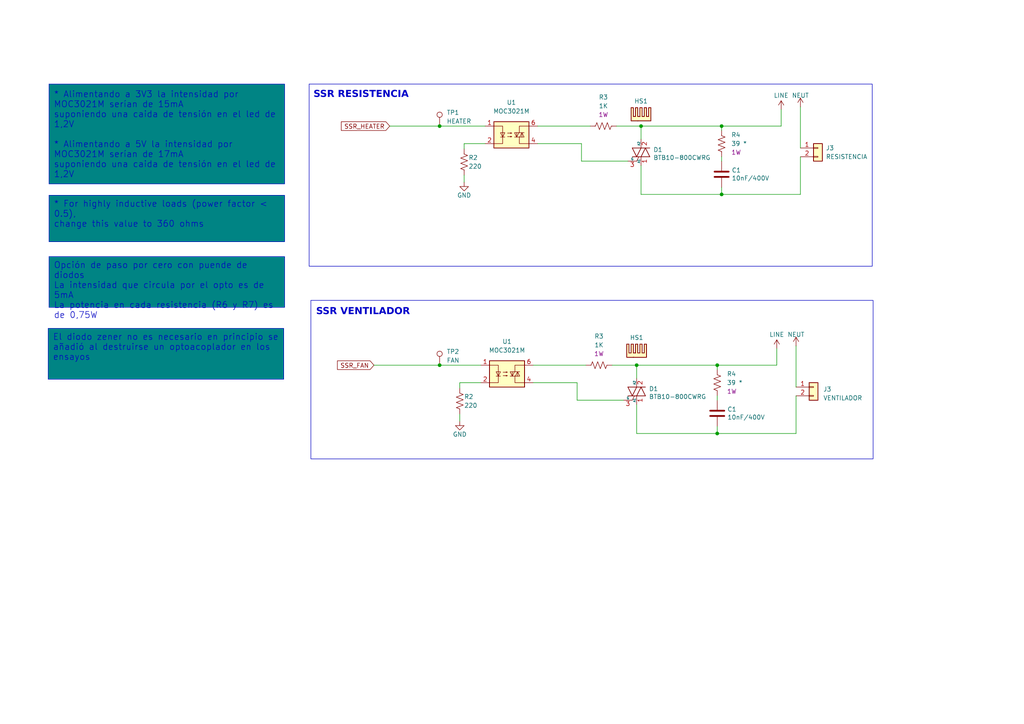
<source format=kicad_sch>
(kicad_sch (version 20230121) (generator eeschema)
  (paper "A4")
  (title_block (title "HOT-PLATE") (rev "1"))
  (lib_symbols
    (symbol "Connector:TestPoint" (pin_numbers hide) (pin_names (offset 0.762) hide)
      (property "Reference" "TP" (at 0 6.858 0))
      (property "Value" "TestPoint" (at 0 5.08 0))
      (symbol "TestPoint_0_1"
        (circle (center 0 3.302) (radius 0.762))
      )
      (symbol "TestPoint_1_1"
        (pin passive line (at 0 0 90) (length 2.54) (name "1") (number "1"))
      )
    )
    (symbol "Connector_Generic:Conn_01x02" (pin_names (offset 1.016) hide)
      (property "Reference" "J" (at 0 2.54 0))
      (property "Value" "Conn_01x02" (at 0 -5.08 0))
      (symbol "Conn_01x02_1_1"
        (rectangle (start -1.27 -2.413) (end 0 -2.667) (stroke (width 0.1524)))
        (rectangle (start -1.27 0.127) (end 0 -0.127) (stroke (width 0.1524)))
        (rectangle (start -1.27 1.27) (end 1.27 -3.81) (stroke (width 0.254)) (fill (type background)))
        (pin passive line (at -5.08 0 0) (length 3.81) (name "Pin_1") (number "1"))
        (pin passive line (at -5.08 -2.54 0) (length 3.81) (name "Pin_2") (number "2"))
      )
    )
    (symbol "Device:C" (pin_numbers hide) (pin_names (offset 0.254))
      (property "Reference" "C" (at 0.635 2.54 0))
      (property "Value" "C" (at 0.635 -2.54 0))
      (symbol "C_0_1"
        (polyline (pts (xy -2.032 -0.762) (xy 2.032 -0.762)) (stroke (width 0.508)))
        (polyline (pts (xy -2.032 0.762) (xy 2.032 0.762)) (stroke (width 0.508)))
      )
      (symbol "C_1_1"
        (pin passive line (at 0 3.81 270) (length 2.794) (name "~") (number "1"))
        (pin passive line (at 0 -3.81 90) (length 2.794) (name "~") (number "2"))
      )
    )
    (symbol "Device:Q_TRIAC_A1A2G" (pin_names (offset 0))
      (property "Reference" "D" (at 3.175 0.635 0))
      (property "Value" "Q_TRIAC_A1A2G" (at 3.175 -1.27 0))
      (symbol "Q_TRIAC_A1A2G_0_1"
        (polyline (pts (xy -2.54 -1.27) (xy 2.54 -1.27)) (stroke (width 0.2032)))
        (polyline (pts (xy -2.54 1.27) (xy 2.54 1.27)) (stroke (width 0.2032)))
        (polyline (pts (xy -1.27 -2.54) (xy -0.635 -1.27)))
        (polyline (pts (xy -2.54 1.27) (xy -1.27 -1.27) (xy 0 1.27)) (stroke (width 0.2032)))
        (polyline (pts (xy 0 -1.27) (xy 1.27 1.27) (xy 2.54 -1.27)) (stroke (width 0.2032)))
      )
      (symbol "Q_TRIAC_A1A2G_1_1"
        (pin passive line (at 0 -3.81 90) (length 2.54) (name "A1") (number "1"))
        (pin passive line (at 0 3.81 270) (length 2.54) (name "A2") (number "2"))
        (pin input line (at -3.81 -2.54 0) (length 2.54) (name "G") (number "3"))
      )
    )
    (symbol "Device:R_US" (pin_numbers hide) (pin_names (offset 0))
      (property "Reference" "R" (at 2.54 0 90))
      (property "Value" "R_US" (at -2.54 0 90))
      (symbol "R_US_0_1"
        (polyline (pts (xy 0 -2.286) (xy 0 -2.54)))
        (polyline (pts (xy 0 2.286) (xy 0 2.54)))
        (polyline (pts (xy 0 -0.762) (xy 1.016 -1.143) (xy 0 -1.524) (xy -1.016 -1.905) (xy 0 -2.286)))
        (polyline (pts (xy 0 0.762) (xy 1.016 0.381) (xy 0 0) (xy -1.016 -0.381) (xy 0 -0.762)))
        (polyline (pts (xy 0 2.286) (xy 1.016 1.905) (xy 0 1.524) (xy -1.016 1.143) (xy 0 0.762)))
      )
      (symbol "R_US_1_1"
        (pin passive line (at 0 3.81 270) (length 1.27) (name "~") (number "1"))
        (pin passive line (at 0 -3.81 90) (length 1.27) (name "~") (number "2"))
      )
    )
    (symbol "Mechanical:Heatsink" (pin_names (offset 1.016))
      (property "Reference" "HS" (at 0 5.08 0))
      (property "Value" "Heatsink" (at 0 -1.27 0))
      (symbol "Heatsink_0_1"
        (polyline (pts (xy -0.3302 1.27) (xy -0.9652 1.27) (xy -0.9652 3.81) (xy -1.6002 3.81) (xy -1.6002 1.27) (xy -2.2352 1.27) (xy -2.2352 3.81) (xy -2.8702 3.81) (xy -2.8702 0) (xy -0.9652 0)) (stroke (width 0.254)) (fill (type background)))
        (polyline (pts (xy -0.3302 1.27) (xy -0.3302 3.81) (xy 0.3048 3.81) (xy 0.3048 1.27) (xy 0.9398 1.27) (xy 0.9398 3.81) (xy 1.5748 3.81) (xy 1.5748 1.27) (xy 2.2098 1.27) (xy 2.2098 3.81) (xy 2.8448 3.81) (xy 2.8448 0) (xy -0.9652 0)) (stroke (width 0.254)) (fill (type background)))
      )
    )
    (symbol "Relay_SolidState:MOC3021M"
      (property "Reference" "U" (at -5.334 4.826 0))
      (property "Value" "MOC3021M" (at 0 5.08 0))
      (symbol "MOC3021M_0_1"
        (rectangle (start -5.08 3.81) (end 5.08 -3.81) (stroke (width 0.254)) (fill (type background)))
        (polyline (pts (xy -3.175 -0.635) (xy -1.905 -0.635)))
        (polyline (pts (xy 1.524 -0.635) (xy 1.524 0.635)))
        (polyline (pts (xy 3.048 0.635) (xy 3.048 -0.635)))
        (polyline (pts (xy 2.286 -0.635) (xy 2.286 -2.54) (xy 5.08 -2.54)))
        (polyline (pts (xy 2.286 0.635) (xy 2.286 2.54) (xy 5.08 2.54)))
        (polyline (pts (xy -5.08 2.54) (xy -2.54 2.54) (xy -2.54 -2.54) (xy -5.08 -2.54)))
        (polyline (pts (xy -2.54 -0.635) (xy -3.175 0.635) (xy -1.905 0.635) (xy -2.54 -0.635)))
        (polyline (pts (xy 0.889 -0.635) (xy 3.683 -0.635) (xy 3.048 0.635) (xy 2.413 -0.635)))
        (polyline (pts (xy 3.683 0.635) (xy 0.889 0.635) (xy 1.524 -0.635) (xy 2.159 0.635)))
        (polyline (pts (xy -1.143 -0.508) (xy 0.127 -0.508) (xy -0.254 -0.635) (xy -0.254 -0.381) (xy 0.127 -0.508)))
        (polyline (pts (xy -1.143 0.508) (xy 0.127 0.508) (xy -0.254 0.381) (xy -0.254 0.635) (xy 0.127 0.508)))
      )
      (symbol "MOC3021M_1_1"
        (pin passive line (at -7.62 2.54 0) (length 2.54) (name "~") (number "1"))
        (pin passive line (at -7.62 -2.54 0) (length 2.54) (name "~") (number "2"))
        (pin no_connect line (at -5.08 0 0) (length 2.54) hide (name "NC") (number "3"))
        (pin passive line (at 7.62 -2.54 180) (length 2.54) (name "~") (number "4"))
        (pin no_connect line (at 5.08 0 180) (length 2.54) hide (name "NC") (number "5"))
        (pin passive line (at 7.62 2.54 180) (length 2.54) (name "~") (number "6"))
      )
    )
    (symbol "power:GND" (power) (pin_names (offset 0))
      (property "Value" "GND" (at 0 -3.81 0))
      (symbol "GND_0_1"
        (polyline (pts (xy 0 0) (xy 0 -1.27) (xy 1.27 -1.27) (xy 0 -2.54) (xy -1.27 -1.27) (xy 0 -1.27)))
      )
      (symbol "GND_1_1"
        (pin power_in line (at 0 0 270) (length 0) hide (name "GND") (number "1"))
      )
    )
    (symbol "power:LINE" (power) (pin_names (offset 0))
      (property "Value" "LINE" (at 0 3.81 0))
      (symbol "LINE_0_1"
        (polyline (pts (xy -0.762 1.27) (xy 0 2.54)))
        (polyline (pts (xy 0 0) (xy 0 2.54)))
        (polyline (pts (xy 0 2.54) (xy 0.762 1.27)))
      )
      (symbol "LINE_1_1"
        (pin power_in line (at 0 0 90) (length 0) hide (name "LINE") (number "1"))
      )
    )
    (symbol "power:NEUT" (power) (pin_names (offset 0))
      (property "Value" "NEUT" (at 0 3.81 0))
      (symbol "NEUT_0_1"
        (polyline (pts (xy -0.762 1.27) (xy 0 2.54)))
        (polyline (pts (xy 0 0) (xy 0 2.54)))
        (polyline (pts (xy 0 2.54) (xy 0.762 1.27)))
      )
      (symbol "NEUT_1_1"
        (pin power_in line (at 0 0 90) (length 0) hide (name "NEUT") (number "1"))
      )
    )
  )
  (junction (at 127.508 36.576))
  (junction (at 127.508 105.918))
  (junction (at 184.658 105.918))
  (junction (at 185.928 36.576))
  (junction (at 208.026 105.918))
  (junction (at 209.296 56.388))
  (junction (at 209.296 36.576))
  (junction (at 208.026 125.73))
  (wire (pts (xy 180.848 116.078) (xy 167.386 116.078)))
  (wire (pts (xy 168.656 41.656) (xy 168.656 46.736)))
  (wire (pts (xy 154.686 105.918) (xy 169.926 105.918)))
  (wire (pts (xy 167.386 110.998) (xy 167.386 116.078)))
  (wire (pts (xy 209.296 56.388) (xy 232.156 56.388)))
  (wire (pts (xy 113.03 36.576) (xy 127.508 36.576)))
  (wire (pts (xy 133.35 110.998) (xy 139.446 110.998)))
  (wire (pts (xy 134.62 50.8) (xy 134.62 52.832)))
  (wire (pts (xy 230.886 125.73) (xy 230.886 114.808)))
  (wire (pts (xy 209.296 36.576) (xy 209.296 37.846)))
  (wire (pts (xy 185.928 48.006) (xy 185.928 56.388)))
  (wire (pts (xy 208.026 125.73) (xy 230.886 125.73)))
  (wire (pts (xy 168.656 41.656) (xy 155.956 41.656)))
  (wire (pts (xy 133.35 120.142) (xy 133.35 122.174)))
  (wire (pts (xy 232.156 30.988) (xy 232.156 42.926)))
  (wire (pts (xy 182.118 46.736) (xy 168.656 46.736)))
  (wire (pts (xy 209.296 54.356) (xy 209.296 56.388)))
  (wire (pts (xy 225.298 101.092) (xy 225.298 105.918)))
  (wire (pts (xy 208.026 105.918) (xy 208.026 107.188)))
  (wire (pts (xy 167.386 110.998) (xy 154.686 110.998)))
  (wire (pts (xy 178.816 36.576) (xy 185.928 36.576)))
  (wire (pts (xy 177.546 105.918) (xy 184.658 105.918)))
  (wire (pts (xy 127.508 36.576) (xy 140.716 36.576)))
  (wire (pts (xy 127.508 105.918) (xy 139.446 105.918)))
  (wire (pts (xy 185.928 36.576) (xy 185.928 40.386)))
  (wire (pts (xy 226.568 36.576) (xy 209.296 36.576)))
  (wire (pts (xy 232.156 56.388) (xy 232.156 45.466)))
  (wire (pts (xy 185.928 36.576) (xy 209.296 36.576)))
  (wire (pts (xy 208.026 114.808) (xy 208.026 116.078)))
  (wire (pts (xy 185.928 56.388) (xy 209.296 56.388)))
  (wire (pts (xy 184.658 117.348) (xy 184.658 125.73)))
  (wire (pts (xy 133.35 112.522) (xy 133.35 110.998)))
  (wire (pts (xy 134.62 43.18) (xy 134.62 41.656)))
  (wire (pts (xy 155.956 36.576) (xy 171.196 36.576)))
  (wire (pts (xy 230.886 100.33) (xy 230.886 112.268)))
  (wire (pts (xy 226.568 31.75) (xy 226.568 36.576)))
  (wire (pts (xy 225.298 105.918) (xy 208.026 105.918)))
  (wire (pts (xy 184.658 105.918) (xy 208.026 105.918)))
  (wire (pts (xy 134.62 41.656) (xy 140.716 41.656)))
  (wire (pts (xy 209.296 45.466) (xy 209.296 46.736)))
  (wire (pts (xy 208.026 123.698) (xy 208.026 125.73)))
  (wire (pts (xy 108.458 105.918) (xy 127.508 105.918)))
  (wire (pts (xy 184.658 105.918) (xy 184.658 109.728)))
  (wire (pts (xy 184.658 125.73) (xy 208.026 125.73)))
  (rectangle (start 89.662 24.384) (end 252.984 77.216))
  (rectangle (start 90.17 87.122) (end 253.238 133.096))
  (text_box "* Alimentando a 3V3 la intensidad por MOC3021M serían de 15mA\nsuponiendo una caida de tensión en el led de 1,2V\n\n* Alimentando a 5V la intensidad por MOC3021M serían de 17mA\nsuponiendo una caida de tensión en el led de 1,2V" (at 14.224 24.384 0) (size 68.326 28.956) (fill (type color) (color 0 132 132 1)) (effects (font (size 1.8 1.8)) (justify left)))
  (text_box "* For highly inductive loads (power factor < 0.5), \nchange this value to 360 ohms\n" (at 14.224 56.642 0) (size 68.326 13.462) (fill (type color) (color 0 132 132 1)) (effects (font (size 1.8 1.8)) (justify left top)))
  (text_box "Opción de paso por cero con puende de diodos\nLa intensidad que circula por el opto es de 5mA\nLa potencia en cada resistencia (R6 y R7) es de 0,75W\n" (at 14.224 74.422 0) (size 68.326 14.732) (fill (type color) (color 0 132 132 1)) (effects (font (size 1.8 1.8)) (justify left top)))
  (text_box "El diodo zener no es necesario en principio se añadió al destruirse un optoacoplador en los ensayos\n" (at 13.97 95.25 0) (size 68.326 14.732) (fill (type color) (color 0 132 132 1)) (effects (font (size 1.8 1.8)) (justify left top)))
  (text "SSR VENTILADOR\n" (at 91.694 92.202 0) (effects (font (size 2 2) (thickness 0.4) bold) (justify left bottom)))
  (text "SSR RESISTENCIA" (at 90.932 29.21 0) (effects (font (size 2 2) (thickness 0.4) bold) (justify left bottom)))
  (global_label "SSR_FAN" (shape input) (at 108.458 105.918 180) (property "Intersheetrefs" "${INTERSHEET_REFS}" (effects hide)))
  (global_label "SSR_HEATER" (shape input) (at 113.03 36.576 180) (property "Intersheetrefs" "${INTERSHEET_REFS}" (effects hide)))
  (symbol (lib_id "Connector:TestPoint") (at 127.508 36.576 0) (unit 1)
    (property "Reference" "TP1" (at 129.54 32.639 0) (effects (justify left)))
    (property "Value" "HEATER" (at 129.54 35.179 0) (effects (justify left)))
    (property "Footprint" "TestPoint:TestPoint_THTPad_1.0x1.0mm_Drill0.5mm" (effects hide))
  )
  (symbol (lib_id "Connector_Generic:Conn_01x02") (at 235.966 112.268 0) (unit 1)
    (property "Reference" "J3" (at 238.76 112.903 0) (effects (justify left)))
    (property "Value" "VENTILADOR" (at 238.76 115.443 0) (effects (justify left)))
    (property "Footprint" "TerminalBlock:TerminalBlock_bornier-2_P5.08mm" (effects hide))
    (instances (project "SSR" (path "" (reference "J3") (unit 1))) (project "Hot_plate" (path "" (reference "J8") (unit 1))))
  )
  (symbol (lib_id "Device:R_US") (at 208.026 110.998 180) (unit 1)
    (property "Reference" "R4" (at 210.82 108.4579 0) (effects (justify right)))
    (property "Value" "39 *" (at 210.82 110.9979 0) (effects (justify right)))
    (property "Footprint" "Resistor_SMD:R_2512_6332Metric" (effects hide))
    (property "Potencia" "1W" (at 210.82 113.5379 0) (effects (justify right)))
    (instances (project "SSR" (path "" (reference "R4") (unit 1))) (project "Hot_plate" (path "" (reference "R27") (unit 1))))
  )
  (symbol (lib_id "Device:R_US") (at 134.62 46.99 180) (unit 1)
    (property "Reference" "R2" (at 135.89 45.72 0) (effects (justify right)))
    (property "Value" "220" (at 135.89 48.26 0) (effects (justify right)))
    (property "Footprint" "Resistor_SMD:R_0603_1608Metric_Pad0.98x0.95mm_HandSolder" (effects hide))
    (instances (project "SSR" (path "" (reference "R2") (unit 1))) (project "Hot_plate" (path "" (reference "R23") (unit 1))))
  )
  (symbol (lib_id "Device:C") (at 209.296 50.546 0) (unit 1)
    (property "Reference" "C1" (at 212.217 49.3776 0) (effects (justify left)))
    (property "Value" "10nF/400V" (at 212.217 51.689 0) (effects (justify left)))
    (property "Footprint" "Capacitor_SMD:C_1206_3216Metric" (effects hide))
    (property "Digikey" "490-GR332DD72W104KW01KCT-ND" (effects hide))
    (instances (project "SSR" (path "" (reference "C1") (unit 1))) (project "Hot_plate" (path "" (reference "C25") (unit 1))))
  )
  (symbol (lib_id "Device:R_US") (at 173.736 105.918 90) (unit 1)
    (property "Reference" "R3" (at 173.736 97.536 90))
    (property "Value" "1K" (at 173.736 100.076 90))
    (property "Footprint" "Resistor_SMD:R_2512_6332Metric" (effects hide))
    (property "Potencia" "1W" (at 173.736 102.616 90))
    (instances (project "SSR" (path "" (reference "R3") (unit 1))) (project "Hot_plate" (path "" (reference "R25") (unit 1))))
  )
  (symbol (lib_id "power:NEUT") (at 232.156 30.988 0) (unit 1)
    (property "Reference" "#PWR089" (effects hide))
    (property "Value" "NEUT" (at 232.156 27.686 0))
  )
  (symbol (lib_id "Device:Q_TRIAC_A1A2G") (at 185.928 44.196 0) (unit 1)
    (property "Reference" "D1" (at 189.484 43.434 0) (effects (justify left)))
    (property "Value" "BTB10-800CWRG" (at 189.484 45.72 0) (effects (justify left)))
    (property "Footprint" "Package_TO_SOT_THT:TO-220-3_Vertical" (effects hide))
    (property "Digikey" "497-4178-5-ND" (effects hide))
    (instances (project "SSR" (path "" (reference "D1") (unit 1))) (project "Hot_plate" (path "" (reference "D13") (unit 1))))
  )
  (symbol (lib_id "Connector_Generic:Conn_01x02") (at 237.236 42.926 0) (unit 1)
    (property "Reference" "J3" (at 239.522 42.9259 0) (effects (justify left)))
    (property "Value" "RESISTENCIA" (at 239.522 45.4659 0) (effects (justify left)))
    (property "Footprint" "TerminalBlock:TerminalBlock_bornier-2_P5.08mm" (effects hide))
    (instances (project "SSR" (path "" (reference "J3") (unit 1))) (project "Hot_plate" (path "" (reference "J9") (unit 1))))
  )
  (symbol (lib_id "Mechanical:Heatsink") (at 185.928 35.052 0) (unit 1)
    (property "Reference" "HS1" (at 185.928 29.337 0))
    (property "Value" "Heatsink_Pad" (effects hide))
    (property "Footprint" "Heatsink:Heatsink_Stonecold_HS-132_32x14mm_2xFixation1.5mm" (effects hide))
    (property "Digikey" "AE10828-ND" (effects hide))
    (property "Mouser" "490-HSE-B20254-040H " (effects hide))
    (instances (project "SSR" (path "" (reference "HS1") (unit 1))) (project "Hot_plate" (path "" (reference "HS2") (unit 1))))
  )
  (symbol (lib_id "Relay_SolidState:MOC3021M") (at 147.066 108.458 0) (unit 1)
    (property "Reference" "U1" (at 147.066 99.06 0))
    (property "Value" "MOC3021M" (at 147.066 101.6 0))
    (property "Footprint" "Package_DIP:DIP-6_W7.62mm" (effects hide))
    (property "Datasheet" "https://www.onsemi.com/pub/Collateral/MOC3023M-D.PDF" (effects hide))
    (property "Digikey" "2156-MOC3021TVM-ND" (effects hide))
    (instances (project "SSR" (path "" (reference "U1") (unit 1))) (project "Hot_plate" (path "" (reference "U7") (unit 1))))
  )
  (symbol (lib_id "Connector:TestPoint") (at 127.508 105.918 0) (unit 1)
    (property "Reference" "TP2" (at 129.54 101.981 0) (effects (justify left)))
    (property "Value" "FAN" (at 129.54 104.521 0) (effects (justify left)))
    (property "Footprint" "TestPoint:TestPoint_THTPad_1.0x1.0mm_Drill0.5mm" (effects hide))
  )
  (symbol (lib_id "power:LINE") (at 226.568 31.75 0) (unit 1)
    (property "Reference" "#PWR087" (effects hide))
    (property "Value" "LINE" (at 226.568 27.686 0))
  )
  (symbol (lib_id "Relay_SolidState:MOC3021M") (at 148.336 39.116 0) (unit 1)
    (property "Reference" "U1" (at 148.336 29.718 0))
    (property "Value" "MOC3021M" (at 148.336 32.258 0))
    (property "Footprint" "Package_DIP:DIP-6_W7.62mm" (effects hide))
    (property "Datasheet" "https://www.onsemi.com/pub/Collateral/MOC3023M-D.PDF" (effects hide))
    (property "Digikey" "2156-MOC3021TVM-ND" (effects hide))
    (instances (project "SSR" (path "" (reference "U1") (unit 1))) (project "Hot_plate" (path "" (reference "U8") (unit 1))))
  )
  (symbol (lib_id "Device:R_US") (at 175.006 36.576 90) (unit 1)
    (property "Reference" "R3" (at 175.006 28.194 90))
    (property "Value" "1K" (at 175.006 30.734 90))
    (property "Footprint" "Resistor_SMD:R_2512_6332Metric" (effects hide))
    (property "Potencia" "1W" (at 175.006 33.274 90))
    (instances (project "SSR" (path "" (reference "R3") (unit 1))) (project "Hot_plate" (path "" (reference "R26") (unit 1))))
  )
  (symbol (lib_id "power:LINE") (at 225.298 101.092 0) (unit 1)
    (property "Reference" "#PWR086" (effects hide))
    (property "Value" "LINE" (at 225.298 97.028 0))
  )
  (symbol (lib_id "Device:C") (at 208.026 119.888 0) (unit 1)
    (property "Reference" "C1" (at 210.947 118.7196 0) (effects (justify left)))
    (property "Value" "10nF/400V" (at 210.947 121.031 0) (effects (justify left)))
    (property "Footprint" "Capacitor_SMD:C_1206_3216Metric" (effects hide))
    (property "Digikey" "490-GR332DD72W104KW01KCT-ND" (effects hide))
    (instances (project "SSR" (path "" (reference "C1") (unit 1))) (project "Hot_plate" (path "" (reference "C24") (unit 1))))
  )
  (symbol (lib_id "power:GND") (at 134.62 52.832 0) (unit 1)
    (property "Reference" "#PWR0107" (effects hide))
    (property "Value" "GND" (at 134.62 56.642 0))
    (instances (project "SSR" (path "" (reference "#PWR0107") (unit 1))) (project "Hot_plate" (path "" (reference "#PWR083") (unit 1))))
  )
  (symbol (lib_id "power:NEUT") (at 230.886 100.33 0) (unit 1)
    (property "Reference" "#PWR088" (effects hide))
    (property "Value" "NEUT" (at 230.886 97.028 0))
  )
  (symbol (lib_id "Mechanical:Heatsink") (at 184.658 103.632 0) (unit 1)
    (property "Reference" "HS1" (at 184.658 97.917 0))
    (property "Value" "Heatsink_Pad" (effects hide))
    (property "Footprint" "Heatsink:Heatsink_Stonecold_HS-132_32x14mm_2xFixation1.5mm" (effects hide))
    (property "Digikey" "AE10828-ND" (effects hide))
    (property "Mouser" "490-HSE-B20254-040H " (effects hide))
  )
  (symbol (lib_id "Device:Q_TRIAC_A1A2G") (at 184.658 113.538 0) (unit 1)
    (property "Reference" "D1" (at 188.214 112.776 0) (effects (justify left)))
    (property "Value" "BTB10-800CWRG" (at 188.214 115.062 0) (effects (justify left)))
    (property "Footprint" "Package_TO_SOT_THT:TO-220-3_Vertical" (effects hide))
    (property "Digikey" "497-4178-5-ND" (effects hide))
    (instances (project "SSR" (path "" (reference "D1") (unit 1))) (project "Hot_plate" (path "" (reference "D12") (unit 1))))
  )
  (symbol (lib_id "Device:R_US") (at 209.296 41.656 180) (unit 1)
    (property "Reference" "R4" (at 212.09 39.1159 0) (effects (justify right)))
    (property "Value" "39 *" (at 212.09 41.6559 0) (effects (justify right)))
    (property "Footprint" "Resistor_SMD:R_2512_6332Metric" (effects hide))
    (property "Potencia" "1W" (at 212.09 44.1959 0) (effects (justify right)))
    (instances (project "SSR" (path "" (reference "R4") (unit 1))) (project "Hot_plate" (path "" (reference "R28") (unit 1))))
  )
  (symbol (lib_id "Device:R_US") (at 133.35 116.332 180) (unit 1)
    (property "Reference" "R2" (at 134.62 115.062 0) (effects (justify right)))
    (property "Value" "220" (at 134.62 117.602 0) (effects (justify right)))
    (property "Footprint" "Resistor_SMD:R_0603_1608Metric_Pad0.98x0.95mm_HandSolder" (effects hide))
    (instances (project "SSR" (path "" (reference "R2") (unit 1))) (project "Hot_plate" (path "" (reference "R22") (unit 1))))
  )
  (symbol (lib_id "power:GND") (at 133.35 122.174 0) (unit 1)
    (property "Reference" "#PWR0107" (effects hide))
    (property "Value" "GND" (at 133.35 125.984 0))
    (instances (project "SSR" (path "" (reference "#PWR0107") (unit 1))) (project "Hot_plate" (path "" (reference "#PWR082") (unit 1))))
  )
)
</source>
